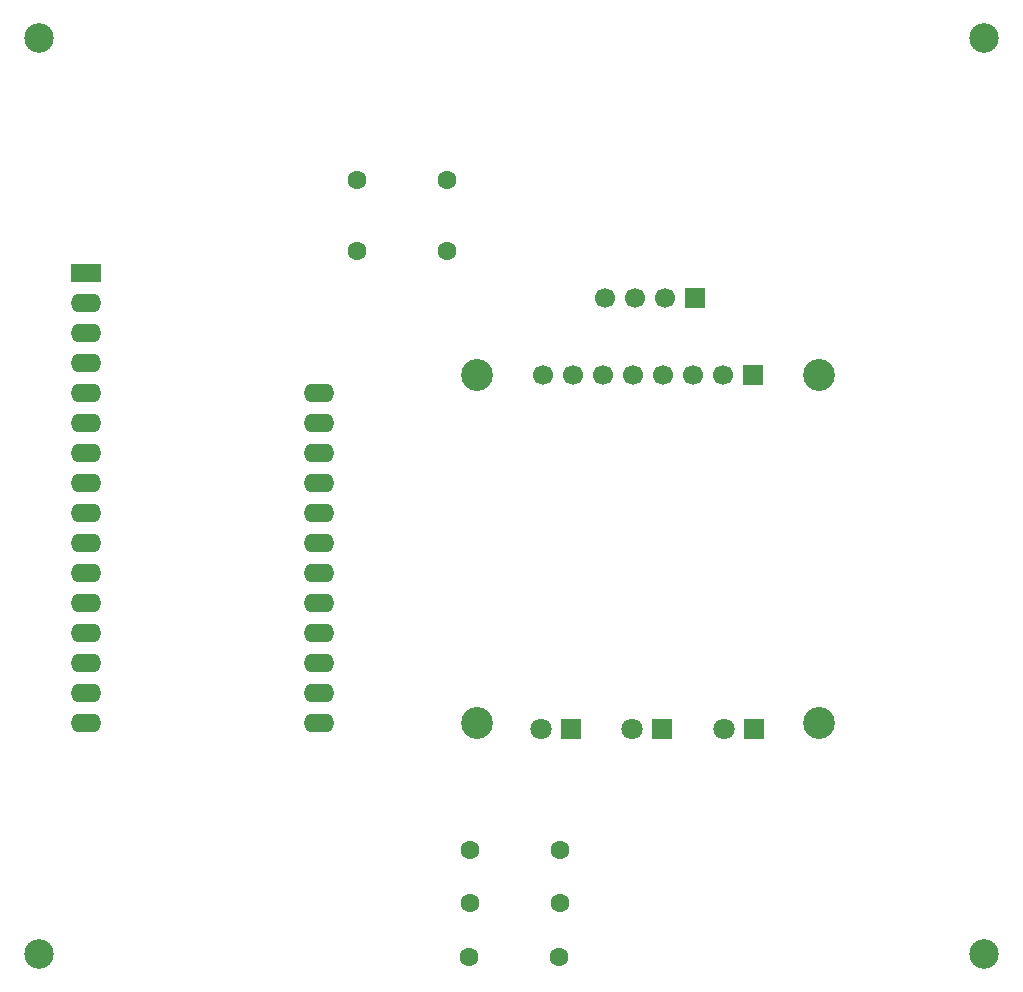
<source format=gbr>
%TF.GenerationSoftware,KiCad,Pcbnew,9.0.6*%
%TF.CreationDate,2025-11-20T03:37:51-08:00*%
%TF.ProjectId,Distance sensor PSC,44697374-616e-4636-9520-73656e736f72,2.0*%
%TF.SameCoordinates,Original*%
%TF.FileFunction,Soldermask,Bot*%
%TF.FilePolarity,Negative*%
%FSLAX46Y46*%
G04 Gerber Fmt 4.6, Leading zero omitted, Abs format (unit mm)*
G04 Created by KiCad (PCBNEW 9.0.6) date 2025-11-20 03:37:51*
%MOMM*%
%LPD*%
G01*
G04 APERTURE LIST*
G04 Aperture macros list*
%AMRoundRect*
0 Rectangle with rounded corners*
0 $1 Rounding radius*
0 $2 $3 $4 $5 $6 $7 $8 $9 X,Y pos of 4 corners*
0 Add a 4 corners polygon primitive as box body*
4,1,4,$2,$3,$4,$5,$6,$7,$8,$9,$2,$3,0*
0 Add four circle primitives for the rounded corners*
1,1,$1+$1,$2,$3*
1,1,$1+$1,$4,$5*
1,1,$1+$1,$6,$7*
1,1,$1+$1,$8,$9*
0 Add four rect primitives between the rounded corners*
20,1,$1+$1,$2,$3,$4,$5,0*
20,1,$1+$1,$4,$5,$6,$7,0*
20,1,$1+$1,$6,$7,$8,$9,0*
20,1,$1+$1,$8,$9,$2,$3,0*%
G04 Aperture macros list end*
%ADD10C,1.600000*%
%ADD11C,2.500000*%
%ADD12RoundRect,0.250000X-1.050000X-0.550000X1.050000X-0.550000X1.050000X0.550000X-1.050000X0.550000X0*%
%ADD13O,2.600000X1.600000*%
%ADD14R,1.800000X1.800000*%
%ADD15C,1.800000*%
%ADD16R,1.700000X1.700000*%
%ADD17C,1.700000*%
%ADD18C,2.700000*%
G04 APERTURE END LIST*
D10*
%TO.C,R4*%
X127000000Y-69500000D03*
X119380000Y-69500000D03*
%TD*%
%TO.C,R5*%
X119380000Y-63500000D03*
X127000000Y-63500000D03*
%TD*%
%TO.C,R2*%
X128940000Y-120250000D03*
X136560000Y-120250000D03*
%TD*%
D11*
%TO.C,REF\u002A\u002A*%
X172500000Y-51500000D03*
%TD*%
D12*
%TO.C,A1*%
X96480000Y-71340000D03*
D13*
X96480000Y-73880000D03*
X96480000Y-76420000D03*
X96480000Y-78960000D03*
X96480000Y-81500000D03*
X96480000Y-84040000D03*
X96480000Y-86580000D03*
X96480000Y-89120000D03*
X96480000Y-91660000D03*
X96480000Y-94200000D03*
X96480000Y-96740000D03*
X96480000Y-99280000D03*
X96480000Y-101820000D03*
X96480000Y-104360000D03*
X96480000Y-106900000D03*
X96480000Y-109440000D03*
X116200000Y-109440000D03*
X116200000Y-106900000D03*
X116200000Y-104360000D03*
X116200000Y-101820000D03*
X116200000Y-99280000D03*
X116200000Y-96740000D03*
X116200000Y-94200000D03*
X116200000Y-91660000D03*
X116200000Y-89120000D03*
X116200000Y-86580000D03*
X116200000Y-84040000D03*
X116200000Y-81500000D03*
%TD*%
D11*
%TO.C,REF\u002A\u002A*%
X92500000Y-51500000D03*
%TD*%
D10*
%TO.C,R1*%
X128880000Y-129250000D03*
X136500000Y-129250000D03*
%TD*%
%TO.C,R3*%
X128940000Y-124750000D03*
X136560000Y-124750000D03*
%TD*%
D11*
%TO.C,REF\u002A\u002A*%
X172500000Y-129000000D03*
%TD*%
%TO.C,REF\u002A\u002A*%
X92500000Y-129000000D03*
%TD*%
D14*
%TO.C,D3*%
X137500000Y-110000000D03*
D15*
X134960000Y-110000000D03*
%TD*%
D16*
%TO.C,U1*%
X148040000Y-73500000D03*
D17*
X145500000Y-73500000D03*
X142960000Y-73500000D03*
X140420000Y-73500000D03*
%TD*%
D18*
%TO.C,U2*%
X158500000Y-109464000D03*
X158500000Y-80000000D03*
X129544000Y-109464000D03*
X129544000Y-80000000D03*
D16*
X152912000Y-80000000D03*
D17*
X150372000Y-80000000D03*
X147832000Y-80000000D03*
X145292000Y-80000000D03*
X142752000Y-80000000D03*
X140212000Y-80000000D03*
X137672000Y-80000000D03*
X135132000Y-80000000D03*
%TD*%
D14*
%TO.C,D1*%
X153000000Y-110000000D03*
D15*
X150460000Y-110000000D03*
%TD*%
D14*
%TO.C,D2*%
X145250000Y-110000000D03*
D15*
X142710000Y-110000000D03*
%TD*%
M02*

</source>
